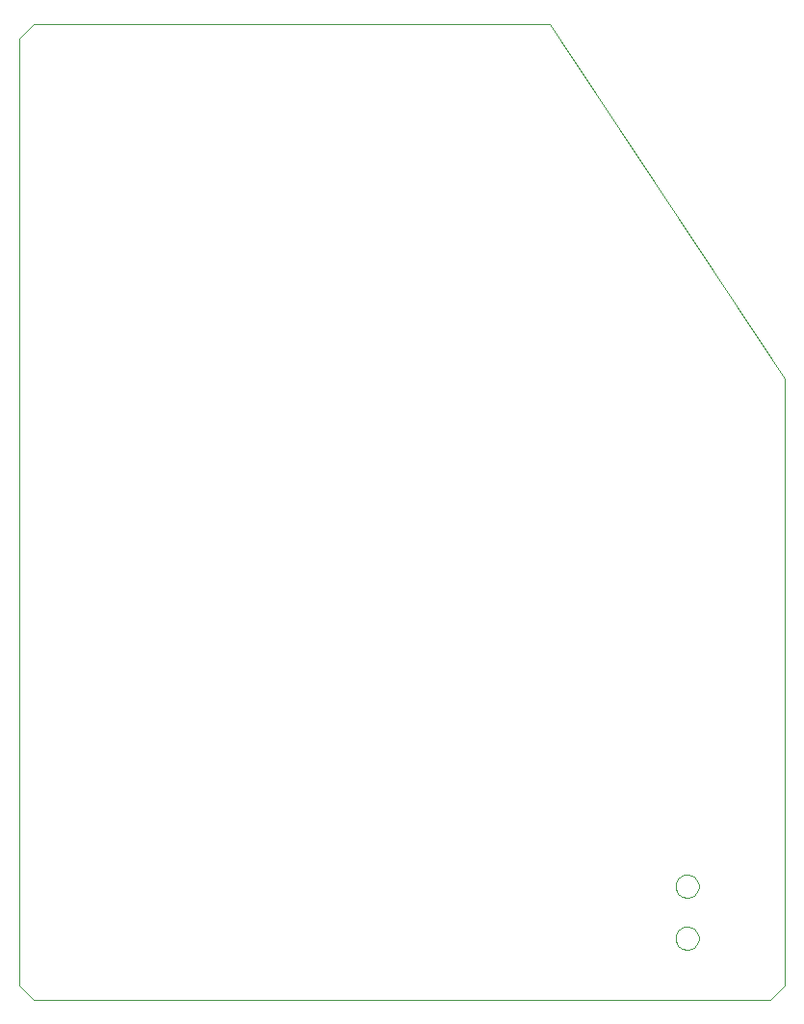
<source format=gbr>
G75*
%MOIN*%
%OFA0B0*%
%FSLAX24Y24*%
%IPPOS*%
%LPD*%
%AMOC8*
5,1,8,0,0,1.08239X$1,22.5*
%
%ADD10C,0.0000*%
D10*
X000100Y000600D02*
X000600Y000100D01*
X026100Y000100D01*
X026600Y000600D01*
X026600Y021600D01*
X018475Y033850D01*
X000600Y033850D01*
X000100Y033350D01*
X000100Y000600D01*
X022825Y002225D02*
X022827Y002265D01*
X022833Y002304D01*
X022843Y002343D01*
X022856Y002380D01*
X022874Y002416D01*
X022895Y002450D01*
X022919Y002482D01*
X022946Y002511D01*
X022976Y002538D01*
X023008Y002561D01*
X023043Y002581D01*
X023079Y002597D01*
X023117Y002610D01*
X023156Y002619D01*
X023195Y002624D01*
X023235Y002625D01*
X023275Y002622D01*
X023314Y002615D01*
X023352Y002604D01*
X023390Y002590D01*
X023425Y002571D01*
X023458Y002550D01*
X023490Y002525D01*
X023518Y002497D01*
X023544Y002467D01*
X023566Y002434D01*
X023585Y002399D01*
X023601Y002362D01*
X023613Y002324D01*
X023621Y002285D01*
X023625Y002245D01*
X023625Y002205D01*
X023621Y002165D01*
X023613Y002126D01*
X023601Y002088D01*
X023585Y002051D01*
X023566Y002016D01*
X023544Y001983D01*
X023518Y001953D01*
X023490Y001925D01*
X023458Y001900D01*
X023425Y001879D01*
X023390Y001860D01*
X023352Y001846D01*
X023314Y001835D01*
X023275Y001828D01*
X023235Y001825D01*
X023195Y001826D01*
X023156Y001831D01*
X023117Y001840D01*
X023079Y001853D01*
X023043Y001869D01*
X023008Y001889D01*
X022976Y001912D01*
X022946Y001939D01*
X022919Y001968D01*
X022895Y002000D01*
X022874Y002034D01*
X022856Y002070D01*
X022843Y002107D01*
X022833Y002146D01*
X022827Y002185D01*
X022825Y002225D01*
X022825Y004025D02*
X022827Y004065D01*
X022833Y004104D01*
X022843Y004143D01*
X022856Y004180D01*
X022874Y004216D01*
X022895Y004250D01*
X022919Y004282D01*
X022946Y004311D01*
X022976Y004338D01*
X023008Y004361D01*
X023043Y004381D01*
X023079Y004397D01*
X023117Y004410D01*
X023156Y004419D01*
X023195Y004424D01*
X023235Y004425D01*
X023275Y004422D01*
X023314Y004415D01*
X023352Y004404D01*
X023390Y004390D01*
X023425Y004371D01*
X023458Y004350D01*
X023490Y004325D01*
X023518Y004297D01*
X023544Y004267D01*
X023566Y004234D01*
X023585Y004199D01*
X023601Y004162D01*
X023613Y004124D01*
X023621Y004085D01*
X023625Y004045D01*
X023625Y004005D01*
X023621Y003965D01*
X023613Y003926D01*
X023601Y003888D01*
X023585Y003851D01*
X023566Y003816D01*
X023544Y003783D01*
X023518Y003753D01*
X023490Y003725D01*
X023458Y003700D01*
X023425Y003679D01*
X023390Y003660D01*
X023352Y003646D01*
X023314Y003635D01*
X023275Y003628D01*
X023235Y003625D01*
X023195Y003626D01*
X023156Y003631D01*
X023117Y003640D01*
X023079Y003653D01*
X023043Y003669D01*
X023008Y003689D01*
X022976Y003712D01*
X022946Y003739D01*
X022919Y003768D01*
X022895Y003800D01*
X022874Y003834D01*
X022856Y003870D01*
X022843Y003907D01*
X022833Y003946D01*
X022827Y003985D01*
X022825Y004025D01*
M02*

</source>
